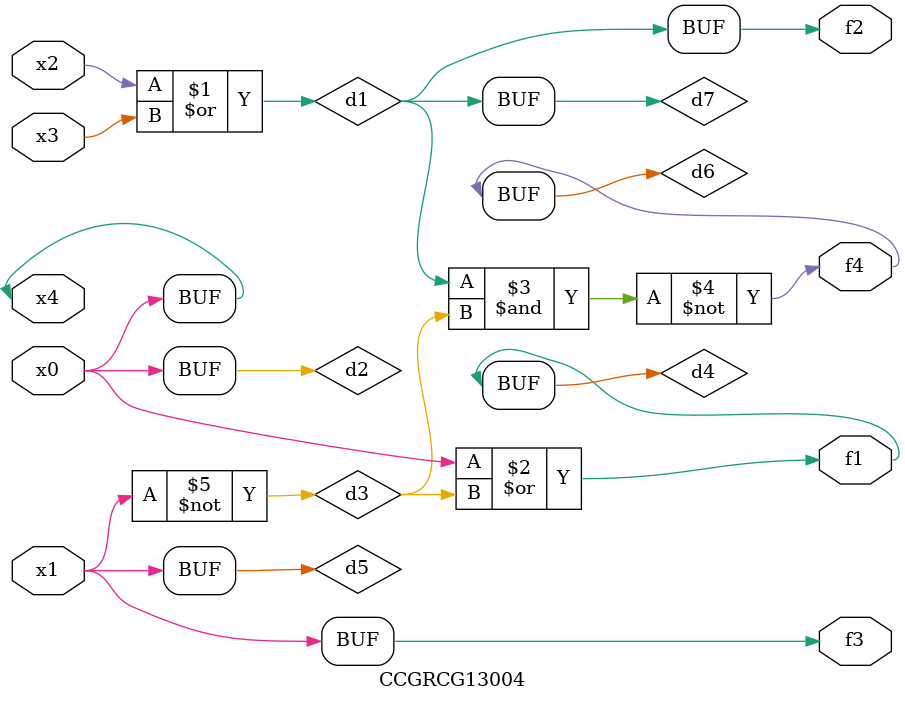
<source format=v>
module CCGRCG13004(
	input x0, x1, x2, x3, x4,
	output f1, f2, f3, f4
);

	wire d1, d2, d3, d4, d5, d6, d7;

	or (d1, x2, x3);
	buf (d2, x0, x4);
	not (d3, x1);
	or (d4, d2, d3);
	not (d5, d3);
	nand (d6, d1, d3);
	or (d7, d1);
	assign f1 = d4;
	assign f2 = d7;
	assign f3 = d5;
	assign f4 = d6;
endmodule

</source>
